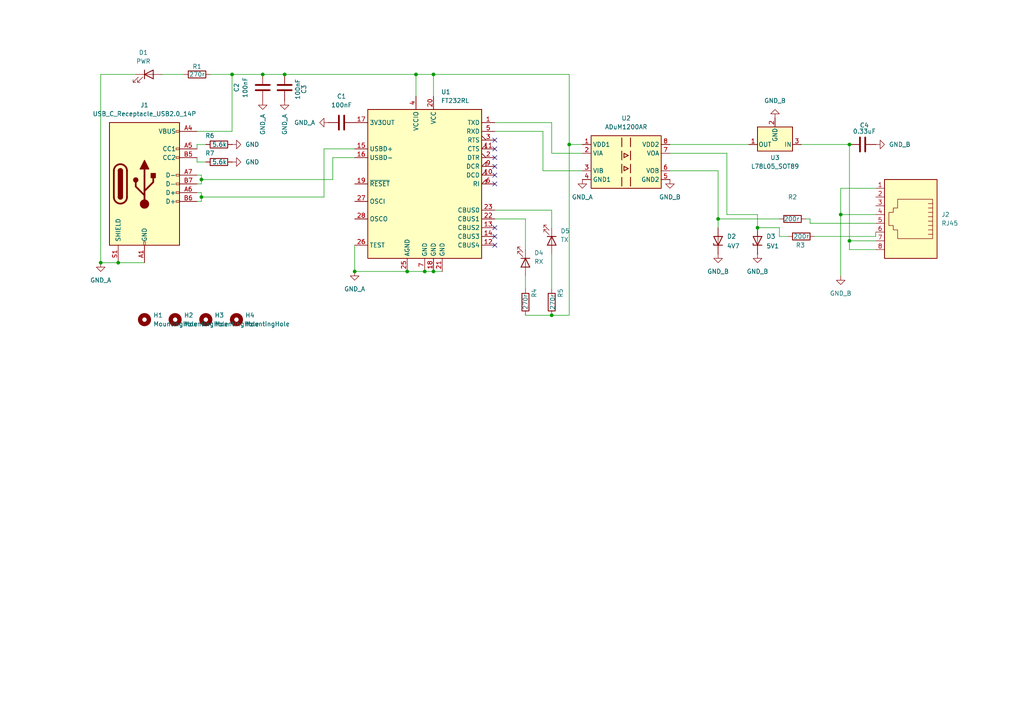
<source format=kicad_sch>
(kicad_sch (version 20231120) (generator "eeschema") (generator_version "8.0")
  (paper "A4")
  (lib_symbols
    (symbol "Connector:RJ45" (pin_names (offset 1.016))
      (property "Reference" "J" (at -5.08 13.97 0))
      (property "Value" "RJ45" (at 2.54 13.97 0))
      (symbol "RJ45_0_1"
        (polyline (pts (xy -5.08 4.445) (xy -6.35 4.445)))
        (polyline (pts (xy -5.08 5.715) (xy -6.35 5.715)))
        (polyline (pts (xy -6.35 -3.175) (xy -5.08 -3.175) (xy -5.08 -3.175)))
        (polyline (pts (xy -6.35 -1.905) (xy -5.08 -1.905) (xy -5.08 -1.905)))
        (polyline (pts (xy -6.35 -0.635) (xy -5.08 -0.635) (xy -5.08 -0.635)))
        (polyline (pts (xy -6.35 0.635) (xy -5.08 0.635) (xy -5.08 0.635)))
        (polyline (pts (xy -6.35 1.905) (xy -5.08 1.905) (xy -5.08 1.905)))
        (polyline (pts (xy -5.08 3.175) (xy -6.35 3.175) (xy -6.35 3.175)))
        (polyline (pts (xy -6.35 -4.445) (xy -6.35 6.985) (xy 3.81 6.985) (xy 3.81 4.445) (xy 5.08 4.445) (xy 5.08 3.175) (xy 6.35 3.175) (xy 6.35 -0.635) (xy 5.08 -0.635) (xy 5.08 -1.905) (xy 3.81 -1.905) (xy 3.81 -4.445) (xy -6.35 -4.445) (xy -6.35 -4.445)))
        (rectangle (start 7.62 12.7) (end -7.62 -10.16) (stroke (width 0.254)) (fill (type background)))
      )
      (symbol "RJ45_1_1"
        (pin passive line (at 10.16 -7.62 180) (length 2.54) (name "~") (number "1"))
        (pin passive line (at 10.16 -5.08 180) (length 2.54) (name "~") (number "2"))
        (pin passive line (at 10.16 -2.54 180) (length 2.54) (name "~") (number "3"))
        (pin passive line (at 10.16 0 180) (length 2.54) (name "~") (number "4"))
        (pin passive line (at 10.16 2.54 180) (length 2.54) (name "~") (number "5"))
        (pin passive line (at 10.16 5.08 180) (length 2.54) (name "~") (number "6"))
        (pin passive line (at 10.16 7.62 180) (length 2.54) (name "~") (number "7"))
        (pin passive line (at 10.16 10.16 180) (length 2.54) (name "~") (number "8"))
      )
    )
    (symbol "Connector:USB_C_Receptacle_USB2.0_14P" (pin_names (offset 1.016))
      (property "Reference" "J" (at 0 22.225 0))
      (property "Value" "USB_C_Receptacle_USB2.0_14P" (at 0 19.685 0))
      (symbol "USB_C_Receptacle_USB2.0_14P_0_0"
        (rectangle (start -0.254 -17.78) (end 0.254 -16.764))
        (rectangle (start 10.16 -4.826) (end 9.144 -5.334))
        (rectangle (start 10.16 -2.286) (end 9.144 -2.794))
        (rectangle (start 10.16 0.254) (end 9.144 -0.254))
        (rectangle (start 10.16 2.794) (end 9.144 2.286))
        (rectangle (start 10.16 7.874) (end 9.144 7.366))
        (rectangle (start 10.16 10.414) (end 9.144 9.906))
        (rectangle (start 10.16 15.494) (end 9.144 14.986))
      )
      (symbol "USB_C_Receptacle_USB2.0_14P_0_1"
        (rectangle (start -10.16 17.78) (end 10.16 -17.78) (stroke (width 0.254)) (fill (type background)))
        (arc (start -8.89 -3.81) (mid -6.985 -5.7067) (end -5.08 -3.81) (stroke (width 0.508)))
        (arc (start -7.62 -3.81) (mid -6.985 -4.4423) (end -6.35 -3.81) (stroke (width 0.254)))
        (arc (start -7.62 -3.81) (mid -6.985 -4.4423) (end -6.35 -3.81) (stroke (width 0.254)) (fill (type outline)))
        (rectangle (start -7.62 -3.81) (end -6.35 3.81) (stroke (width 0.254)) (fill (type outline)))
        (arc (start -6.35 3.81) (mid -6.985 4.4423) (end -7.62 3.81) (stroke (width 0.254)))
        (arc (start -6.35 3.81) (mid -6.985 4.4423) (end -7.62 3.81) (stroke (width 0.254)) (fill (type outline)))
        (arc (start -5.08 3.81) (mid -6.985 5.7067) (end -8.89 3.81) (stroke (width 0.508)))
        (circle (center -2.54 1.143) (radius 0.635) (stroke (width 0.254)) (fill (type outline)))
        (circle (center 0 -5.842) (radius 1.27) (fill (type outline)))
        (polyline (pts (xy -8.89 -3.81) (xy -8.89 3.81)) (stroke (width 0.508)))
        (polyline (pts (xy -5.08 3.81) (xy -5.08 -3.81)) (stroke (width 0.508)))
        (polyline (pts (xy 0 -5.842) (xy 0 4.318)) (stroke (width 0.508)))
        (polyline (pts (xy 0 -3.302) (xy -2.54 -0.762) (xy -2.54 0.508)) (stroke (width 0.508)))
        (polyline (pts (xy 0 -2.032) (xy 2.54 0.508) (xy 2.54 1.778)) (stroke (width 0.508)))
        (polyline (pts (xy -1.27 4.318) (xy 0 6.858) (xy 1.27 4.318) (xy -1.27 4.318)) (stroke (width 0.254)) (fill (type outline)))
        (rectangle (start 1.905 1.778) (end 3.175 3.048) (stroke (width 0.254)) (fill (type outline)))
      )
      (symbol "USB_C_Receptacle_USB2.0_14P_1_1"
        (pin passive line (at 0 -22.86 90) (length 5.08) (name "GND") (number "A1"))
        (pin passive line (at 0 -22.86 90) (length 5.08) hide (name "GND") (number "A12"))
        (pin passive line (at 15.24 15.24 180) (length 5.08) (name "VBUS") (number "A4"))
        (pin bidirectional line (at 15.24 10.16 180) (length 5.08) (name "CC1") (number "A5"))
        (pin bidirectional line (at 15.24 -2.54 180) (length 5.08) (name "D+") (number "A6"))
        (pin bidirectional line (at 15.24 2.54 180) (length 5.08) (name "D-") (number "A7"))
        (pin passive line (at 15.24 15.24 180) (length 5.08) hide (name "VBUS") (number "A9"))
        (pin passive line (at 0 -22.86 90) (length 5.08) hide (name "GND") (number "B1"))
        (pin passive line (at 0 -22.86 90) (length 5.08) hide (name "GND") (number "B12"))
        (pin passive line (at 15.24 15.24 180) (length 5.08) hide (name "VBUS") (number "B4"))
        (pin bidirectional line (at 15.24 7.62 180) (length 5.08) (name "CC2") (number "B5"))
        (pin bidirectional line (at 15.24 -5.08 180) (length 5.08) (name "D+") (number "B6"))
        (pin bidirectional line (at 15.24 0 180) (length 5.08) (name "D-") (number "B7"))
        (pin passive line (at 15.24 15.24 180) (length 5.08) hide (name "VBUS") (number "B9"))
        (pin passive line (at -7.62 -22.86 90) (length 5.08) (name "SHIELD") (number "S1"))
      )
    )
    (symbol "Device:C" (pin_numbers hide) (pin_names (offset 0.254))
      (property "Reference" "C" (at 0.635 2.54 0))
      (property "Value" "C" (at 0.635 -2.54 0))
      (symbol "C_0_1"
        (polyline (pts (xy -2.032 -0.762) (xy 2.032 -0.762)) (stroke (width 0.508)))
        (polyline (pts (xy -2.032 0.762) (xy 2.032 0.762)) (stroke (width 0.508)))
      )
      (symbol "C_1_1"
        (pin passive line (at 0 3.81 270) (length 2.794) (name "~") (number "1"))
        (pin passive line (at 0 -3.81 90) (length 2.794) (name "~") (number "2"))
      )
    )
    (symbol "Device:D_Zener" (pin_numbers hide) (pin_names (offset 1.016) hide)
      (property "Reference" "D" (at 0 2.54 0))
      (property "Value" "D_Zener" (at 0 -2.54 0))
      (symbol "D_Zener_0_1"
        (polyline (pts (xy 1.27 0) (xy -1.27 0)))
        (polyline (pts (xy -1.27 -1.27) (xy -1.27 1.27) (xy -0.762 1.27)) (stroke (width 0.254)))
        (polyline (pts (xy 1.27 -1.27) (xy 1.27 1.27) (xy -1.27 0) (xy 1.27 -1.27)) (stroke (width 0.254)))
      )
      (symbol "D_Zener_1_1"
        (pin passive line (at -3.81 0 0) (length 2.54) (name "K") (number "1"))
        (pin passive line (at 3.81 0 180) (length 2.54) (name "A") (number "2"))
      )
    )
    (symbol "Device:LED" (pin_numbers hide) (pin_names (offset 1.016) hide)
      (property "Reference" "D" (at 0 2.54 0))
      (property "Value" "LED" (at 0 -2.54 0))
      (symbol "LED_0_1"
        (polyline (pts (xy -1.27 -1.27) (xy -1.27 1.27)) (stroke (width 0.254)))
        (polyline (pts (xy -1.27 0) (xy 1.27 0)))
        (polyline (pts (xy 1.27 -1.27) (xy 1.27 1.27) (xy -1.27 0) (xy 1.27 -1.27)) (stroke (width 0.254)))
        (polyline (pts (xy -3.048 -0.762) (xy -4.572 -2.286) (xy -3.81 -2.286) (xy -4.572 -2.286) (xy -4.572 -1.524)))
        (polyline (pts (xy -1.778 -0.762) (xy -3.302 -2.286) (xy -2.54 -2.286) (xy -3.302 -2.286) (xy -3.302 -1.524)))
      )
      (symbol "LED_1_1"
        (pin passive line (at -3.81 0 0) (length 2.54) (name "K") (number "1"))
        (pin passive line (at 3.81 0 180) (length 2.54) (name "A") (number "2"))
      )
    )
    (symbol "Device:R" (pin_numbers hide) (pin_names (offset 0))
      (property "Reference" "R" (at 2.032 0 90))
      (property "Value" "R" (at 0 0 90))
      (symbol "R_0_1"
        (rectangle (start -1.016 -2.54) (end 1.016 2.54) (stroke (width 0.254)))
      )
      (symbol "R_1_1"
        (pin passive line (at 0 3.81 270) (length 1.27) (name "~") (number "1"))
        (pin passive line (at 0 -3.81 90) (length 1.27) (name "~") (number "2"))
      )
    )
    (symbol "Interface_USB:FT232RL"
      (property "Reference" "U" (at -16.51 22.86 0))
      (property "Value" "FT232RL" (at 10.16 22.86 0))
      (symbol "FT232RL_0_1"
        (rectangle (start -16.51 21.59) (end 16.51 -21.59) (stroke (width 0.254)) (fill (type background)))
      )
      (symbol "FT232RL_1_1"
        (pin output line (at 20.32 17.78 180) (length 3.81) (name "TXD") (number "1"))
        (pin input input_low (at 20.32 2.54 180) (length 3.81) (name "DCD") (number "10"))
        (pin input input_low (at 20.32 10.16 180) (length 3.81) (name "CTS") (number "11"))
        (pin bidirectional line (at 20.32 -17.78 180) (length 3.81) (name "CBUS4") (number "12"))
        (pin bidirectional line (at 20.32 -12.7 180) (length 3.81) (name "CBUS2") (number "13"))
        (pin bidirectional line (at 20.32 -15.24 180) (length 3.81) (name "CBUS3") (number "14"))
        (pin bidirectional line (at -20.32 10.16 0) (length 3.81) (name "USBD+") (number "15"))
        (pin bidirectional line (at -20.32 7.62 0) (length 3.81) (name "USBD-") (number "16"))
        (pin power_out line (at -20.32 17.78 0) (length 3.81) (name "3V3OUT") (number "17"))
        (pin power_in line (at 2.54 -25.4 90) (length 3.81) (name "GND") (number "18"))
        (pin input line (at -20.32 0 0) (length 3.81) (name "~{RESET}") (number "19"))
        (pin output output_low (at 20.32 7.62 180) (length 3.81) (name "DTR") (number "2"))
        (pin power_in line (at 2.54 25.4 270) (length 3.81) (name "VCC") (number "20"))
        (pin power_in line (at 5.08 -25.4 90) (length 3.81) (name "GND") (number "21"))
        (pin bidirectional line (at 20.32 -10.16 180) (length 3.81) (name "CBUS1") (number "22"))
        (pin bidirectional line (at 20.32 -7.62 180) (length 3.81) (name "CBUS0") (number "23"))
        (pin power_in line (at -5.08 -25.4 90) (length 3.81) (name "AGND") (number "25"))
        (pin input line (at -20.32 -17.78 0) (length 3.81) (name "TEST") (number "26"))
        (pin input line (at -20.32 -5.08 0) (length 3.81) (name "OSCI") (number "27"))
        (pin output line (at -20.32 -10.16 0) (length 3.81) (name "OSCO") (number "28"))
        (pin output output_low (at 20.32 12.7 180) (length 3.81) (name "RTS") (number "3"))
        (pin power_in line (at -2.54 25.4 270) (length 3.81) (name "VCCIO") (number "4"))
        (pin input line (at 20.32 15.24 180) (length 3.81) (name "RXD") (number "5"))
        (pin input input_low (at 20.32 0 180) (length 3.81) (name "RI") (number "6"))
        (pin power_in line (at 0 -25.4 90) (length 3.81) (name "GND") (number "7"))
        (pin input input_low (at 20.32 5.08 180) (length 3.81) (name "DCR") (number "9"))
      )
    )
    (symbol "Isolator:ADuM1200AR"
      (property "Reference" "U" (at -10.16 8.89 0))
      (property "Value" "ADuM1200AR" (at -2.032 8.89 0))
      (symbol "ADuM1200AR_0_1"
        (rectangle (start -10.16 7.62) (end 10.16 -7.62) (stroke (width 0.254)) (fill (type background)))
        (polyline (pts (xy -1.27 -4.445) (xy -1.27 -6.985)) (stroke (width 0.254)))
        (polyline (pts (xy -1.27 -0.635) (xy -1.27 -3.175)) (stroke (width 0.254)))
        (polyline (pts (xy -1.27 3.175) (xy -1.27 0.635)) (stroke (width 0.254)))
        (polyline (pts (xy -1.27 6.985) (xy -1.27 4.445)) (stroke (width 0.254)))
        (polyline (pts (xy 1.27 -4.445) (xy 1.27 -6.985)) (stroke (width 0.254)))
        (polyline (pts (xy 1.27 -0.635) (xy 1.27 -3.175)) (stroke (width 0.254)))
        (polyline (pts (xy 1.27 3.175) (xy 1.27 0.635)) (stroke (width 0.254)))
        (polyline (pts (xy 1.27 6.985) (xy 1.27 4.445)) (stroke (width 0.254)))
        (polyline (pts (xy -0.635 -1.27) (xy -0.635 -2.54) (xy 0.635 -1.905) (xy -0.635 -1.27)) (stroke (width 0.254)))
        (polyline (pts (xy -0.635 1.27) (xy 0.635 1.905) (xy -0.635 2.54) (xy -0.635 1.27)) (stroke (width 0.254)))
      )
      (symbol "ADuM1200AR_1_1"
        (pin power_in line (at -12.7 5.08 0) (length 2.54) (name "VDD1") (number "1"))
        (pin input line (at -12.7 2.54 0) (length 2.54) (name "VIA") (number "2"))
        (pin input line (at -12.7 -2.54 0) (length 2.54) (name "VIB") (number "3"))
        (pin power_in line (at -12.7 -5.08 0) (length 2.54) (name "GND1") (number "4"))
        (pin power_in line (at 12.7 -5.08 180) (length 2.54) (name "GND2") (number "5"))
        (pin output line (at 12.7 -2.54 180) (length 2.54) (name "VOB") (number "6"))
        (pin output line (at 12.7 2.54 180) (length 2.54) (name "VOA") (number "7"))
        (pin power_in line (at 12.7 5.08 180) (length 2.54) (name "VDD2") (number "8"))
      )
    )
    (symbol "Mechanical:MountingHole" (pin_names (offset 1.016)) (exclude_from_sim yes) (in_bom no)
      (property "Reference" "H" (at 0 5.08 0))
      (property "Value" "MountingHole" (at 0 3.175 0))
      (symbol "MountingHole_0_1"
        (circle (center 0 0) (radius 1.27) (stroke (width 1.27)))
      )
    )
    (symbol "Regulator_Linear:L78L05_SOT89" (pin_names (offset 0.254))
      (property "Reference" "U" (at -3.81 3.175 0))
      (property "Value" "L78L05_SOT89" (at -0.635 3.175 0))
      (symbol "L78L05_SOT89_0_1"
        (rectangle (start -5.08 1.905) (end 5.08 -5.08) (stroke (width 0.254)) (fill (type background)))
      )
      (symbol "L78L05_SOT89_1_1"
        (pin power_out line (at 7.62 0 180) (length 2.54) (name "OUT") (number "1"))
        (pin power_in line (at 0 -7.62 90) (length 2.54) (name "GND") (number "2"))
        (pin power_in line (at -7.62 0 0) (length 2.54) (name "IN") (number "3"))
      )
    )
    (symbol "power:GND" (power) (pin_numbers hide) (pin_names (offset 0) hide)
      (property "Value" "GND" (at 0 -3.81 0))
      (symbol "GND_0_1"
        (polyline (pts (xy 0 0) (xy 0 -1.27) (xy 1.27 -1.27) (xy 0 -2.54) (xy -1.27 -1.27) (xy 0 -1.27)))
      )
      (symbol "GND_1_1"
        (pin power_in line (at 0 0 270) (length 0) (name "~") (number "1"))
      )
    )
  )
  (junction (at 82.55 21.59))
  (junction (at 125.73 21.59))
  (junction (at 219.71 66.04))
  (junction (at 165.1 41.91))
  (junction (at 243.84 62.23))
  (junction (at 120.65 21.59))
  (junction (at 29.21 76.2))
  (junction (at 123.19 78.74))
  (junction (at 246.38 69.85))
  (junction (at 58.42 52.07))
  (junction (at 246.38 41.91))
  (junction (at 125.73 78.74))
  (junction (at 118.11 78.74))
  (junction (at 58.42 57.15))
  (junction (at 102.87 78.74))
  (junction (at 160.02 91.44))
  (junction (at 34.29 76.2))
  (junction (at 76.2 21.59))
  (junction (at 67.31 21.59))
  (junction (at 208.28 63.5))
  (no_connect (at 143.51 66.04))
  (no_connect (at 143.51 40.64))
  (no_connect (at 143.51 71.12))
  (no_connect (at 143.51 43.18))
  (no_connect (at 143.51 45.72))
  (no_connect (at 143.51 50.8))
  (no_connect (at 143.51 53.34))
  (no_connect (at 143.51 48.26))
  (no_connect (at 143.51 68.58))
  (wire (pts (xy 152.4 91.44) (xy 160.02 91.44)))
  (wire (pts (xy 165.1 91.44) (xy 165.1 41.91)))
  (wire (pts (xy 67.31 21.59) (xy 76.2 21.59)))
  (wire (pts (xy 143.51 35.56) (xy 160.02 35.56)))
  (wire (pts (xy 160.02 91.44) (xy 165.1 91.44)))
  (wire (pts (xy 125.73 21.59) (xy 165.1 21.59)))
  (wire (pts (xy 254 68.58) (xy 254 67.31)))
  (wire (pts (xy 194.31 41.91) (xy 217.17 41.91)))
  (wire (pts (xy 208.28 63.5) (xy 208.28 66.04)))
  (wire (pts (xy 165.1 41.91) (xy 168.91 41.91)))
  (wire (pts (xy 58.42 52.07) (xy 58.42 53.34)))
  (wire (pts (xy 58.42 50.8) (xy 58.42 52.07)))
  (wire (pts (xy 246.38 69.85) (xy 246.38 72.39)))
  (wire (pts (xy 120.65 21.59) (xy 120.65 27.94)))
  (wire (pts (xy 246.38 41.91) (xy 246.38 69.85)))
  (wire (pts (xy 143.51 60.96) (xy 160.02 60.96)))
  (wire (pts (xy 210.82 44.45) (xy 194.31 44.45)))
  (wire (pts (xy 93.98 43.18) (xy 102.87 43.18)))
  (wire (pts (xy 93.98 57.15) (xy 93.98 43.18)))
  (wire (pts (xy 226.06 63.5) (xy 208.28 63.5)))
  (wire (pts (xy 234.95 63.5) (xy 234.95 64.77)))
  (wire (pts (xy 168.91 49.53) (xy 157.48 49.53)))
  (wire (pts (xy 76.2 21.59) (xy 82.55 21.59)))
  (wire (pts (xy 246.38 69.85) (xy 254 69.85)))
  (wire (pts (xy 57.15 58.42) (xy 58.42 58.42)))
  (wire (pts (xy 208.28 49.53) (xy 194.31 49.53)))
  (wire (pts (xy 219.71 66.04) (xy 219.71 62.23)))
  (wire (pts (xy 102.87 71.12) (xy 102.87 78.74)))
  (wire (pts (xy 58.42 53.34) (xy 57.15 53.34)))
  (wire (pts (xy 125.73 78.74) (xy 128.27 78.74)))
  (wire (pts (xy 59.69 41.91) (xy 57.15 41.91)))
  (wire (pts (xy 96.52 52.07) (xy 96.52 45.72)))
  (wire (pts (xy 243.84 62.23) (xy 254 62.23)))
  (wire (pts (xy 58.42 52.07) (xy 96.52 52.07)))
  (wire (pts (xy 29.21 76.2) (xy 34.29 76.2)))
  (wire (pts (xy 232.41 41.91) (xy 246.38 41.91)))
  (wire (pts (xy 34.29 76.2) (xy 41.91 76.2)))
  (wire (pts (xy 118.11 78.74) (xy 123.19 78.74)))
  (wire (pts (xy 120.65 21.59) (xy 125.73 21.59)))
  (wire (pts (xy 210.82 62.23) (xy 210.82 44.45)))
  (wire (pts (xy 29.21 21.59) (xy 39.37 21.59)))
  (wire (pts (xy 208.28 63.5) (xy 208.28 49.53)))
  (wire (pts (xy 226.06 68.58) (xy 228.6 68.58)))
  (wire (pts (xy 236.22 68.58) (xy 254 68.58)))
  (wire (pts (xy 157.48 38.1) (xy 143.51 38.1)))
  (wire (pts (xy 160.02 44.45) (xy 168.91 44.45)))
  (wire (pts (xy 125.73 21.59) (xy 125.73 27.94)))
  (wire (pts (xy 160.02 60.96) (xy 160.02 66.04)))
  (wire (pts (xy 123.19 78.74) (xy 125.73 78.74)))
  (wire (pts (xy 234.95 63.5) (xy 233.68 63.5)))
  (wire (pts (xy 29.21 21.59) (xy 29.21 76.2)))
  (wire (pts (xy 243.84 54.61) (xy 243.84 62.23)))
  (wire (pts (xy 58.42 57.15) (xy 58.42 58.42)))
  (wire (pts (xy 160.02 73.66) (xy 160.02 83.82)))
  (wire (pts (xy 57.15 46.99) (xy 57.15 45.72)))
  (wire (pts (xy 46.99 21.59) (xy 53.34 21.59)))
  (wire (pts (xy 58.42 57.15) (xy 93.98 57.15)))
  (wire (pts (xy 96.52 45.72) (xy 102.87 45.72)))
  (wire (pts (xy 152.4 63.5) (xy 152.4 72.39)))
  (wire (pts (xy 152.4 80.01) (xy 152.4 83.82)))
  (wire (pts (xy 102.87 78.74) (xy 118.11 78.74)))
  (wire (pts (xy 143.51 63.5) (xy 152.4 63.5)))
  (wire (pts (xy 246.38 72.39) (xy 254 72.39)))
  (wire (pts (xy 219.71 62.23) (xy 210.82 62.23)))
  (wire (pts (xy 57.15 55.88) (xy 58.42 55.88)))
  (wire (pts (xy 57.15 41.91) (xy 57.15 43.18)))
  (wire (pts (xy 157.48 49.53) (xy 157.48 38.1)))
  (wire (pts (xy 59.69 46.99) (xy 57.15 46.99)))
  (wire (pts (xy 57.15 50.8) (xy 58.42 50.8)))
  (wire (pts (xy 57.15 38.1) (xy 67.31 38.1)))
  (wire (pts (xy 165.1 21.59) (xy 165.1 41.91)))
  (wire (pts (xy 67.31 38.1) (xy 67.31 21.59)))
  (wire (pts (xy 60.96 21.59) (xy 67.31 21.59)))
  (wire (pts (xy 160.02 35.56) (xy 160.02 44.45)))
  (wire (pts (xy 82.55 21.59) (xy 120.65 21.59)))
  (wire (pts (xy 243.84 62.23) (xy 243.84 80.01)))
  (wire (pts (xy 226.06 68.58) (xy 226.06 66.04)))
  (wire (pts (xy 234.95 64.77) (xy 254 64.77)))
  (wire (pts (xy 58.42 55.88) (xy 58.42 57.15)))
  (wire (pts (xy 254 54.61) (xy 243.84 54.61)))
  (wire (pts (xy 226.06 66.04) (xy 219.71 66.04)))
  (symbol (lib_id "Device:R") (at 63.5 41.91 90) (unit 1)
    (property "Reference" "R6" (at 62.2299 39.37 90) (effects (justify left)))
    (property "Value" "5.6k" (at 65.786 41.91 90) (effects (justify left)))
    (property "Footprint" "Resistor_SMD:R_0603_1608Metric" (effects (hide yes)))
    (property "Description" "Resistor" (effects (hide yes)))
  )
  (symbol (lib_id "Device:LED") (at 160.02 69.85 270) (unit 1)
    (property "Reference" "D5" (at 162.56 66.9924 90) (effects (justify left)))
    (property "Value" "TX" (at 162.56 69.5324 90) (effects (justify left)))
    (property "Footprint" "LED_SMD:LED_0805_2012Metric" (effects (hide yes)))
    (property "Description" "Light emitting diode" (effects (hide yes)))
  )
  (symbol (lib_id "Device:C") (at 250.19 41.91 270) (unit 1)
    (property "Reference" "C4" (at 250.698 36.322 90))
    (property "Value" "0.33uF" (at 250.698 38.1 90))
    (property "Footprint" "Capacitor_SMD:C_0402_1005Metric" (effects (hide yes)))
    (property "Description" "Unpolarized capacitor" (effects (hide yes)))
  )
  (symbol (lib_id "power:GND") (at 29.21 76.2 0) (unit 1)
    (property "Reference" "#PWR02" (effects (hide yes)))
    (property "Value" "GND_A" (at 29.21 81.28 0))
    (property "Description" "Power symbol creates a global label with name \"GND\" , ground" (effects (hide yes)))
  )
  (symbol (lib_id "Device:LED") (at 43.18 21.59 0) (unit 1)
    (property "Reference" "D1" (at 41.5925 15.24 0))
    (property "Value" "PWR" (at 41.5925 17.78 0))
    (property "Footprint" "LED_SMD:LED_0805_2012Metric" (effects (hide yes)))
    (property "Description" "Light emitting diode" (effects (hide yes)))
  )
  (symbol (lib_id "Mechanical:MountingHole") (at 50.8 92.71 0) (unit 1) (exclude_from_sim yes) (in_bom no)
    (property "Reference" "H2" (at 53.34 91.4399 0) (effects (justify left)))
    (property "Value" "MountingHole" (at 53.34 93.9799 0) (effects (justify left)))
    (property "Footprint" "MountingHole:MountingHole_2.2mm_M2" (effects (hide yes)))
    (property "Description" "Mounting Hole without connection" (effects (hide yes)))
  )
  (symbol (lib_id "Device:R") (at 152.4 87.63 0) (unit 1)
    (property "Reference" "R4" (at 154.94 86.3599 90) (effects (justify left)))
    (property "Value" "270r" (at 152.4 89.916 90) (effects (justify left)))
    (property "Footprint" "Resistor_SMD:R_0603_1608Metric" (effects (hide yes)))
    (property "Description" "Resistor" (effects (hide yes)))
  )
  (symbol (lib_id "Mechanical:MountingHole") (at 41.91 92.71 0) (unit 1) (exclude_from_sim yes) (in_bom no)
    (property "Reference" "H1" (at 44.45 91.4399 0) (effects (justify left)))
    (property "Value" "MountingHole" (at 44.45 93.9799 0) (effects (justify left)))
    (property "Footprint" "MountingHole:MountingHole_2.2mm_M2" (effects (hide yes)))
    (property "Description" "Mounting Hole without connection" (effects (hide yes)))
  )
  (symbol (lib_id "Device:LED") (at 152.4 76.2 270) (unit 1)
    (property "Reference" "D4" (at 154.94 73.3424 90) (effects (justify left)))
    (property "Value" "RX" (at 154.94 75.8824 90) (effects (justify left)))
    (property "Footprint" "LED_SMD:LED_0805_2012Metric" (effects (hide yes)))
    (property "Description" "Light emitting diode" (effects (hide yes)))
  )
  (symbol (lib_id "Isolator:ADuM1200AR") (at 181.61 46.99 0) (unit 1)
    (property "Reference" "U2" (at 181.61 34.29 0))
    (property "Value" "ADuM1200AR" (at 181.61 36.83 0))
    (property "Footprint" "Package_SO:SOIC-8_3.9x4.9mm_P1.27mm" (effects (hide yes)))
    (property "Datasheet" "https://www.analog.com/media/en/technical-documentation/data-sheets/ADuM1200_1201.pdf" (effects (hide yes)))
    (property "Description" "Dual-channel digital isolator, Bidirectional communication, 3V/5V level translation, SOIC-8" (effects (hide yes)))
  )
  (symbol (lib_id "Device:C") (at 76.2 25.4 180) (unit 1)
    (property "Reference" "C2" (at 68.58 25.4 90))
    (property "Value" "100nF" (at 71.12 25.4 90))
    (property "Footprint" "Capacitor_SMD:C_0402_1005Metric" (effects (hide yes)))
    (property "Description" "Unpolarized capacitor" (effects (hide yes)))
  )
  (symbol (lib_id "power:GND") (at 67.31 41.91 90) (unit 1)
    (property "Reference" "#PWR013" (effects (hide yes)))
    (property "Value" "GND" (at 71.12 41.9099 90) (effects (justify right)))
    (property "Description" "Power symbol creates a global label with name \"GND\" , ground" (effects (hide yes)))
  )
  (symbol (lib_id "power:GND") (at 194.31 52.07 0) (unit 1)
    (property "Reference" "#PWR08" (effects (hide yes)))
    (property "Value" "GND_B" (at 194.31 57.15 0))
    (property "Description" "Power symbol creates a global label with name \"GND\" , ground" (effects (hide yes)))
  )
  (symbol (lib_id "power:GND") (at 95.25 35.56 270) (unit 1)
    (property "Reference" "#PWR01" (effects (hide yes)))
    (property "Value" "GND_A" (at 91.44 35.5599 90) (effects (justify right)))
    (property "Description" "Power symbol creates a global label with name \"GND\" , ground" (effects (hide yes)))
  )
  (symbol (lib_id "Device:R") (at 229.87 63.5 90) (unit 1)
    (property "Reference" "R2" (at 229.87 57.15 90))
    (property "Value" "200r" (at 229.616 63.5 90))
    (property "Footprint" "Resistor_SMD:R_0402_1005Metric" (effects (hide yes)))
    (property "Description" "Resistor" (effects (hide yes)))
  )
  (symbol (lib_id "Interface_USB:FT232RL") (at 123.19 53.34 0) (unit 1)
    (property "Reference" "U1" (at 127.9241 26.67 0) (effects (justify left)))
    (property "Value" "FT232RL" (at 127.9241 29.21 0) (effects (justify left)))
    (property "Footprint" "Package_SO:SSOP-28_5.3x10.2mm_P0.65mm" (effects (hide yes)))
    (property "Datasheet" "https://www.ftdichip.com/Support/Documents/DataSheets/ICs/DS_FT232R.pdf" (effects (hide yes)))
    (property "Description" "USB to Serial Interface, SSOP-28" (effects (hide yes)))
  )
  (symbol (lib_id "power:GND") (at 224.79 34.29 180) (unit 1)
    (property "Reference" "#PWR010" (effects (hide yes)))
    (property "Value" "GND_B" (at 224.79 29.21 0))
    (property "Description" "Power symbol creates a global label with name \"GND\" , ground" (effects (hide yes)))
  )
  (symbol (lib_id "power:GND") (at 254 41.91 90) (unit 1)
    (property "Reference" "#PWR011" (effects (hide yes)))
    (property "Value" "GND_B" (at 257.81 41.9099 90) (effects (justify right)))
    (property "Description" "Power symbol creates a global label with name \"GND\" , ground" (effects (hide yes)))
  )
  (symbol (lib_id "Device:R") (at 57.15 21.59 90) (unit 1)
    (property "Reference" "R1" (at 57.15 19.304 90))
    (property "Value" "270r" (at 57.15 21.59 90))
    (property "Footprint" "Resistor_SMD:R_0603_1608Metric" (effects (hide yes)))
    (property "Description" "Resistor" (effects (hide yes)))
  )
  (symbol (lib_id "Device:D_Zener") (at 219.71 69.85 90) (unit 1)
    (property "Reference" "D3" (at 222.25 68.5799 90) (effects (justify right)))
    (property "Value" "5V1" (at 222.25 71.374 90) (effects (justify right)))
    (property "Footprint" "Diode_SMD:D_1206_3216Metric" (effects (hide yes)))
    (property "Description" "Zener diode" (effects (hide yes)))
  )
  (symbol (lib_id "Device:D_Zener") (at 208.28 69.85 90) (unit 1)
    (property "Reference" "D2" (at 210.82 68.5799 90) (effects (justify right)))
    (property "Value" "4V7" (at 210.82 71.374 90) (effects (justify right)))
    (property "Footprint" "Diode_SMD:D_1206_3216Metric" (effects (hide yes)))
    (property "Description" "Zener diode" (effects (hide yes)))
  )
  (symbol (lib_id "Device:C") (at 82.55 25.4 180) (unit 1)
    (property "Reference" "C3" (at 88.138 25.908 90))
    (property "Value" "100nF" (at 86.36 25.908 90))
    (property "Footprint" "Capacitor_SMD:C_0402_1005Metric" (effects (hide yes)))
    (property "Description" "Unpolarized capacitor" (effects (hide yes)))
  )
  (symbol (lib_id "Device:R") (at 63.5 46.99 90) (unit 1)
    (property "Reference" "R7" (at 62.2299 44.45 90) (effects (justify left)))
    (property "Value" "5.6k" (at 65.786 46.99 90) (effects (justify left)))
    (property "Footprint" "Resistor_SMD:R_0603_1608Metric" (effects (hide yes)))
    (property "Description" "Resistor" (effects (hide yes)))
  )
  (symbol (lib_id "power:GND") (at 102.87 78.74 0) (unit 1)
    (property "Reference" "#PWR05" (effects (hide yes)))
    (property "Value" "GND_A" (at 102.87 83.82 0))
    (property "Description" "Power symbol creates a global label with name \"GND\" , ground" (effects (hide yes)))
  )
  (symbol (lib_id "power:GND") (at 67.31 46.99 90) (unit 1)
    (property "Reference" "#PWR014" (effects (hide yes)))
    (property "Value" "GND" (at 71.12 46.9899 90) (effects (justify right)))
    (property "Description" "Power symbol creates a global label with name \"GND\" , ground" (effects (hide yes)))
  )
  (symbol (lib_id "Connector:USB_C_Receptacle_USB2.0_14P") (at 41.91 53.34 0) (unit 1)
    (property "Reference" "J1" (at 41.91 30.48 0))
    (property "Value" "USB_C_Receptacle_USB2.0_14P" (at 41.91 33.02 0))
    (property "Footprint" "Connector_USB:USB_C_Receptacle_HCTL_HC-TYPE-C-16P-01A" (effects (hide yes)))
    (property "Datasheet" "https://www.usb.org/sites/default/files/documents/usb_type-c.zip" (effects (hide yes)))
    (property "Description" "USB 2.0-only 14P Type-C Receptacle connector" (effects (hide yes)))
  )
  (symbol (lib_id "Connector:RJ45") (at 264.16 62.23 180) (unit 1)
    (property "Reference" "J2" (at 273.05 62.2299 0) (effects (justify right)))
    (property "Value" "RJ45" (at 273.05 64.7699 0) (effects (justify right)))
    (property "Footprint" "Connector_RJ:RJ45_Amphenol_RJHSE538X" (effects (hide yes)))
    (property "Description" "RJ connector, 8P8C (8 positions 8 connected)" (effects (hide yes)))
  )
  (symbol (lib_id "Mechanical:MountingHole") (at 68.58 92.71 0) (unit 1) (exclude_from_sim yes) (in_bom no)
    (property "Reference" "H4" (at 71.12 91.4399 0) (effects (justify left)))
    (property "Value" "MountingHole" (at 71.12 93.9799 0) (effects (justify left)))
    (property "Footprint" "MountingHole:MountingHole_2.2mm_M2" (effects (hide yes)))
    (property "Description" "Mounting Hole without connection" (effects (hide yes)))
  )
  (symbol (lib_id "power:GND") (at 76.2 29.21 0) (unit 1)
    (property "Reference" "#PWR03" (effects (hide yes)))
    (property "Value" "GND_A" (at 76.1999 33.02 90) (effects (justify right)))
    (property "Description" "Power symbol creates a global label with name \"GND\" , ground" (effects (hide yes)))
  )
  (symbol (lib_id "power:GND") (at 243.84 80.01 0) (unit 1)
    (property "Reference" "#PWR012" (effects (hide yes)))
    (property "Value" "GND_B" (at 243.84 85.09 0))
    (property "Description" "Power symbol creates a global label with name \"GND\" , ground" (effects (hide yes)))
  )
  (symbol (lib_id "power:GND") (at 82.55 29.21 0) (unit 1)
    (property "Reference" "#PWR04" (effects (hide yes)))
    (property "Value" "GND_A" (at 82.5499 33.02 90) (effects (justify right)))
    (property "Description" "Power symbol creates a global label with name \"GND\" , ground" (effects (hide yes)))
  )
  (symbol (lib_id "Device:C") (at 99.06 35.56 90) (unit 1)
    (property "Reference" "C1" (at 99.06 27.94 90))
    (property "Value" "100nF" (at 99.06 30.48 90))
    (property "Footprint" "Capacitor_SMD:C_0805_2012Metric" (effects (hide yes)))
    (property "Description" "Unpolarized capacitor" (effects (hide yes)))
  )
  (symbol (lib_id "power:GND") (at 208.28 73.66 0) (unit 1)
    (property "Reference" "#PWR06" (effects (hide yes)))
    (property "Value" "GND_B" (at 208.28 78.74 0))
    (property "Description" "Power symbol creates a global label with name \"GND\" , ground" (effects (hide yes)))
  )
  (symbol (lib_id "Mechanical:MountingHole") (at 59.69 92.71 0) (unit 1) (exclude_from_sim yes) (in_bom no)
    (property "Reference" "H3" (at 62.23 91.4399 0) (effects (justify left)))
    (property "Value" "MountingHole" (at 62.23 93.9799 0) (effects (justify left)))
    (property "Footprint" "MountingHole:MountingHole_2.2mm_M2" (effects (hide yes)))
    (property "Description" "Mounting Hole without connection" (effects (hide yes)))
  )
  (symbol (lib_id "Regulator_Linear:L78L05_SOT89") (at 224.79 41.91 180) (unit 1)
    (property "Reference" "U3" (at 224.79 45.72 0))
    (property "Value" "L78L05_SOT89" (at 224.79 48.26 0))
    (property "Footprint" "Package_TO_SOT_SMD:SOT-89-3" (effects (hide yes)))
    (property "Datasheet" "http://www.st.com/content/ccc/resource/technical/document/datasheet/15/55/e5/aa/23/5b/43/fd/CD00000446.pdf/files/CD00000446.pdf/jcr:content/translations/en.CD00000446.pdf" (effects (hide yes)))
    (property "Description" "Positive 100mA 30V Linear Regulator, Fixed Output 5V, SOT-89" (effects (hide yes)))
  )
  (symbol (lib_id "Device:R") (at 160.02 87.63 0) (unit 1)
    (property "Reference" "R5" (at 162.56 86.3599 90) (effects (justify left)))
    (property "Value" "270r" (at 160.274 89.916 90) (effects (justify left)))
    (property "Footprint" "Resistor_SMD:R_0603_1608Metric" (effects (hide yes)))
    (property "Description" "Resistor" (effects (hide yes)))
  )
  (symbol (lib_id "power:GND") (at 219.71 73.66 0) (unit 1)
    (property "Reference" "#PWR07" (effects (hide yes)))
    (property "Value" "GND_B" (at 219.71 78.74 0))
    (property "Description" "Power symbol creates a global label with name \"GND\" , ground" (effects (hide yes)))
  )
  (symbol (lib_id "Device:R") (at 232.41 68.58 90) (unit 1)
    (property "Reference" "R3" (at 232.156 71.12 90))
    (property "Value" "200r" (at 232.41 68.58 90))
    (property "Footprint" "Resistor_SMD:R_0402_1005Metric" (effects (hide yes)))
    (property "Description" "Resistor" (effects (hide yes)))
  )
  (symbol (lib_id "power:GND") (at 168.91 52.07 0) (unit 1)
    (property "Reference" "#PWR09" (effects (hide yes)))
    (property "Value" "GND_A" (at 168.91 57.15 0))
    (property "Description" "Power symbol creates a global label with name \"GND\" , ground" (effects (hide yes)))
  )
)
</source>
